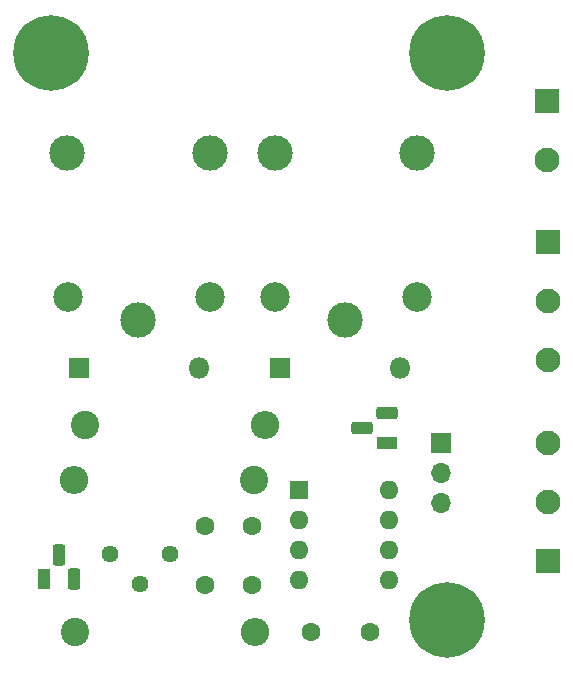
<source format=gbr>
%TF.GenerationSoftware,KiCad,Pcbnew,6.0.5-a6ca702e91~116~ubuntu20.04.1*%
%TF.CreationDate,2022-06-11T15:45:11-05:00*%
%TF.ProjectId,controlDeBombas,636f6e74-726f-46c4-9465-426f6d626173,rev?*%
%TF.SameCoordinates,PX623a7c0PY3fe56c0*%
%TF.FileFunction,Soldermask,Top*%
%TF.FilePolarity,Negative*%
%FSLAX46Y46*%
G04 Gerber Fmt 4.6, Leading zero omitted, Abs format (unit mm)*
G04 Created by KiCad (PCBNEW 6.0.5-a6ca702e91~116~ubuntu20.04.1) date 2022-06-11 15:45:11*
%MOMM*%
%LPD*%
G01*
G04 APERTURE LIST*
G04 Aperture macros list*
%AMRoundRect*
0 Rectangle with rounded corners*
0 $1 Rounding radius*
0 $2 $3 $4 $5 $6 $7 $8 $9 X,Y pos of 4 corners*
0 Add a 4 corners polygon primitive as box body*
4,1,4,$2,$3,$4,$5,$6,$7,$8,$9,$2,$3,0*
0 Add four circle primitives for the rounded corners*
1,1,$1+$1,$2,$3*
1,1,$1+$1,$4,$5*
1,1,$1+$1,$6,$7*
1,1,$1+$1,$8,$9*
0 Add four rect primitives between the rounded corners*
20,1,$1+$1,$2,$3,$4,$5,0*
20,1,$1+$1,$4,$5,$6,$7,0*
20,1,$1+$1,$6,$7,$8,$9,0*
20,1,$1+$1,$8,$9,$2,$3,0*%
G04 Aperture macros list end*
%ADD10C,0.800000*%
%ADD11C,6.400000*%
%ADD12C,1.600000*%
%ADD13R,1.800000X1.800000*%
%ADD14O,1.800000X1.800000*%
%ADD15C,2.100000*%
%ADD16R,2.100000X2.100000*%
%ADD17R,1.700000X1.700000*%
%ADD18O,1.700000X1.700000*%
%ADD19R,1.100000X1.800000*%
%ADD20RoundRect,0.275000X-0.275000X-0.625000X0.275000X-0.625000X0.275000X0.625000X-0.275000X0.625000X0*%
%ADD21RoundRect,0.275000X0.625000X-0.275000X0.625000X0.275000X-0.625000X0.275000X-0.625000X-0.275000X0*%
%ADD22R,1.800000X1.100000*%
%ADD23C,2.400000*%
%ADD24O,2.400000X2.400000*%
%ADD25C,1.440000*%
%ADD26C,3.000000*%
%ADD27C,2.500000*%
%ADD28R,1.600000X1.600000*%
%ADD29O,1.600000X1.600000*%
G04 APERTURE END LIST*
D10*
%TO.C,REF\u002A\u002A*%
X44697056Y-7802944D03*
X43000000Y-7100000D03*
X41302944Y-7802944D03*
X40600000Y-9500000D03*
X41302944Y-11197056D03*
X43000000Y-11900000D03*
X44697056Y-11197056D03*
X45400000Y-9500000D03*
D11*
X43000000Y-9500000D03*
%TD*%
D10*
%TO.C,REF\u002A\u002A*%
X11197056Y-7802944D03*
X9500000Y-7100000D03*
X7802944Y-7802944D03*
X7100000Y-9500000D03*
X7802944Y-11197056D03*
X9500000Y-11900000D03*
X11197056Y-11197056D03*
X11900000Y-9500000D03*
D11*
X9500000Y-9500000D03*
%TD*%
D10*
%TO.C,REF\u002A\u002A*%
X44697056Y-55802944D03*
X43000000Y-55100000D03*
X41302944Y-55802944D03*
X40600000Y-57500000D03*
X41302944Y-59197056D03*
X43000000Y-59900000D03*
X44697056Y-59197056D03*
X45400000Y-57500000D03*
D11*
X43000000Y-57500000D03*
%TD*%
D12*
%TO.C,C1*%
X26500000Y-49500000D03*
X26500000Y-54500000D03*
%TD*%
%TO.C,C2*%
X22500000Y-54500000D03*
X22500000Y-49500000D03*
%TD*%
%TO.C,C3*%
X36500000Y-58500000D03*
X31500000Y-58500000D03*
%TD*%
D13*
%TO.C,D1*%
X11840000Y-36130000D03*
D14*
X22000000Y-36130000D03*
%TD*%
%TO.C,D2*%
X39000000Y-36130000D03*
D13*
X28840000Y-36130000D03*
%TD*%
D15*
%TO.C,J1*%
X51500000Y-42500000D03*
X51500000Y-47500000D03*
D16*
X51500000Y-52500000D03*
%TD*%
D17*
%TO.C,J2*%
X42500000Y-42500000D03*
D18*
X42500000Y-45040000D03*
X42500000Y-47580000D03*
%TD*%
D16*
%TO.C,J3*%
X51500000Y-25500000D03*
D15*
X51500000Y-30500000D03*
X51500000Y-35500000D03*
%TD*%
D16*
%TO.C,J4*%
X51420000Y-13560000D03*
D15*
X51420000Y-18560000D03*
%TD*%
D19*
%TO.C,Q1*%
X8860000Y-54030000D03*
D20*
X11400000Y-54030000D03*
X10130000Y-51960000D03*
%TD*%
D21*
%TO.C,Q2*%
X35830000Y-41230000D03*
X37900000Y-39960000D03*
D22*
X37900000Y-42500000D03*
%TD*%
D23*
%TO.C,R1*%
X26620000Y-45630000D03*
D24*
X11380000Y-45630000D03*
%TD*%
D23*
%TO.C,R2*%
X11500000Y-58500000D03*
D24*
X26740000Y-58500000D03*
%TD*%
%TO.C,R3*%
X27550000Y-40990000D03*
D23*
X12310000Y-40990000D03*
%TD*%
D25*
%TO.C,RV1*%
X19530000Y-51910000D03*
X16990000Y-54450000D03*
X14450000Y-51910000D03*
%TD*%
D26*
%TO.C,U1*%
X16840000Y-32130000D03*
D27*
X10890000Y-30180000D03*
D26*
X10840000Y-17930000D03*
X22890000Y-17980000D03*
D27*
X22890000Y-30180000D03*
%TD*%
D28*
%TO.C,U2*%
X30500000Y-46500000D03*
D29*
X38120000Y-54120000D03*
X30500000Y-49040000D03*
X38120000Y-51580000D03*
X30500000Y-51580000D03*
X38120000Y-49040000D03*
X30500000Y-54120000D03*
X38120000Y-46500000D03*
%TD*%
D27*
%TO.C,U3*%
X40444999Y-30180000D03*
D26*
X40444999Y-17980000D03*
X28394999Y-17930000D03*
D27*
X28444999Y-30180000D03*
D26*
X34394999Y-32130000D03*
%TD*%
M02*

</source>
